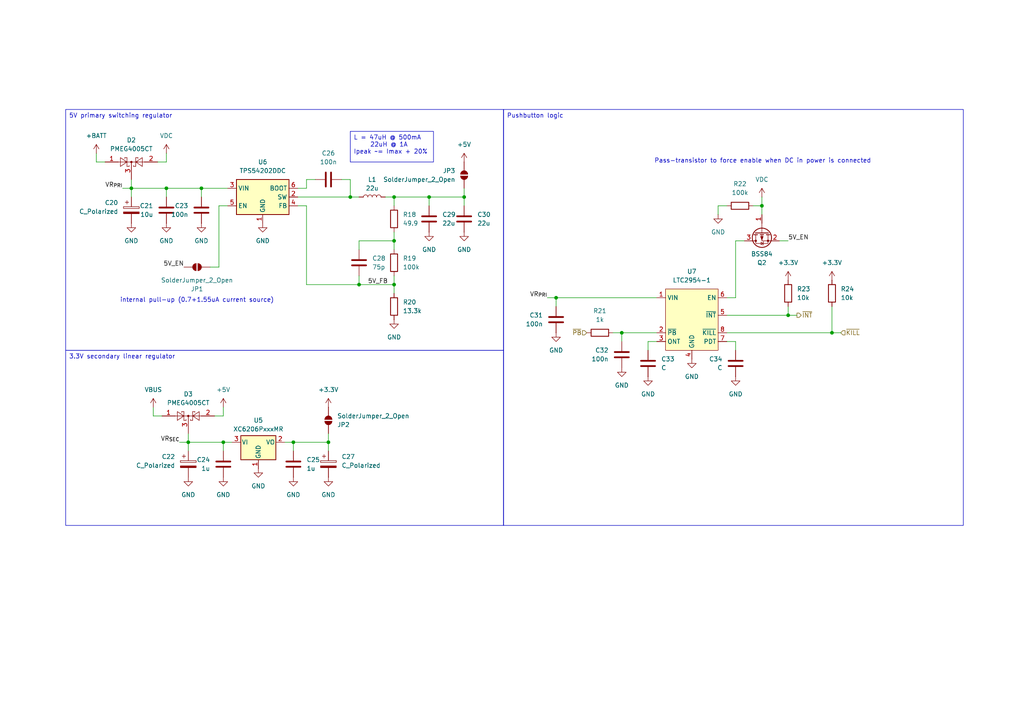
<source format=kicad_sch>
(kicad_sch (version 20231120) (generator "eeschema") (generator_version "8.0")
  (paper "A4")
  (title_block (title "Beerpak") (company "©2024 Luca Anastasio"))
  (lib_symbols
    (symbol "Device:C" (pin_numbers hide) (pin_names (offset 0.254))
      (property "Reference" "C" (at 0.635 2.54 0))
      (property "Value" "C" (at 0.635 -2.54 0))
      (symbol "C_0_1"
        (polyline (pts (xy -2.032 -0.762) (xy 2.032 -0.762)) (stroke (width 0.508)))
        (polyline (pts (xy -2.032 0.762) (xy 2.032 0.762)) (stroke (width 0.508)))
      )
      (symbol "C_1_1"
        (pin passive line (at 0 3.81 270) (length 2.794) (name "~") (number "1"))
        (pin passive line (at 0 -3.81 90) (length 2.794) (name "~") (number "2"))
      )
    )
    (symbol "Device:C_Polarized" (pin_numbers hide) (pin_names (offset 0.254))
      (property "Reference" "C" (at 0.635 2.54 0))
      (property "Value" "C_Polarized" (at 0.635 -2.54 0))
      (symbol "C_Polarized_0_1"
        (rectangle (start -2.286 0.508) (end 2.286 1.016))
        (polyline (pts (xy -1.778 2.286) (xy -0.762 2.286)))
        (polyline (pts (xy -1.27 2.794) (xy -1.27 1.778)))
        (rectangle (start 2.286 -0.508) (end -2.286 -1.016) (fill (type outline)))
      )
      (symbol "C_Polarized_1_1"
        (pin passive line (at 0 3.81 270) (length 2.794) (name "~") (number "1"))
        (pin passive line (at 0 -3.81 90) (length 2.794) (name "~") (number "2"))
      )
    )
    (symbol "Device:L" (pin_numbers hide) (pin_names (offset 1.016) hide)
      (property "Reference" "L" (at -1.27 0 90))
      (property "Value" "L" (at 1.905 0 90))
      (symbol "L_0_1"
        (arc (start 0 -2.54) (mid 0.6323 -1.905) (end 0 -1.27))
        (arc (start 0 -1.27) (mid 0.6323 -0.635) (end 0 0))
        (arc (start 0 0) (mid 0.6323 0.635) (end 0 1.27))
        (arc (start 0 1.27) (mid 0.6323 1.905) (end 0 2.54))
      )
      (symbol "L_1_1"
        (pin passive line (at 0 3.81 270) (length 1.27) (name "1") (number "1"))
        (pin passive line (at 0 -3.81 90) (length 1.27) (name "2") (number "2"))
      )
    )
    (symbol "Device:R" (pin_numbers hide) (pin_names (offset 0))
      (property "Reference" "R" (at 2.032 0 90))
      (property "Value" "R" (at 0 0 90))
      (symbol "R_0_1"
        (rectangle (start -1.016 -2.54) (end 1.016 2.54) (stroke (width 0.254)))
      )
      (symbol "R_1_1"
        (pin passive line (at 0 3.81 270) (length 1.27) (name "~") (number "1"))
        (pin passive line (at 0 -3.81 90) (length 1.27) (name "~") (number "2"))
      )
    )
    (symbol "Diode:BAT54C" (pin_names (offset 1.016))
      (property "Reference" "D" (at 0.635 -3.81 0))
      (property "Value" "BAT54C" (at -6.35 3.175 0))
      (symbol "BAT54C_0_1"
        (polyline (pts (xy -1.905 0) (xy 1.905 0)))
        (polyline (pts (xy -1.905 1.27) (xy -1.905 1.016)))
        (polyline (pts (xy -1.27 -1.27) (xy -0.635 -1.27)))
        (polyline (pts (xy -1.27 0) (xy -3.81 0)))
        (polyline (pts (xy -1.27 1.27) (xy -1.905 1.27)))
        (polyline (pts (xy -1.27 1.27) (xy -1.27 -1.27)))
        (polyline (pts (xy -0.635 -1.27) (xy -0.635 -1.016)))
        (polyline (pts (xy 0.635 -1.27) (xy 0.635 -1.016)))
        (polyline (pts (xy 1.27 -1.27) (xy 0.635 -1.27)))
        (polyline (pts (xy 1.27 1.27) (xy 1.27 -1.27)))
        (polyline (pts (xy 1.27 1.27) (xy 1.905 1.27)))
        (polyline (pts (xy 1.905 1.27) (xy 1.905 1.016)))
        (polyline (pts (xy 3.81 0) (xy 1.27 0)))
        (polyline (pts (xy -3.175 -1.27) (xy -3.175 1.27) (xy -1.27 0) (xy -3.175 -1.27)))
        (polyline (pts (xy 3.175 -1.27) (xy 3.175 1.27) (xy 1.27 0) (xy 3.175 -1.27)))
        (circle (center 0 0) (radius 0.254) (fill (type outline)))
      )
      (symbol "BAT54C_1_1"
        (pin passive line (at -7.62 0 0) (length 3.81) (name "~") (number "1"))
        (pin passive line (at 7.62 0 180) (length 3.81) (name "~") (number "2"))
        (pin passive line (at 0 -5.08 90) (length 5.08) (name "~") (number "3"))
      )
    )
    (symbol "Jumper:SolderJumper_2_Open" (pin_numbers hide) (pin_names (offset 0) hide) (exclude_from_sim yes) (in_bom no)
      (property "Reference" "JP" (at 0 2.032 0))
      (property "Value" "SolderJumper_2_Open" (at 0 -2.54 0))
      (symbol "SolderJumper_2_Open_0_1"
        (arc (start -0.254 1.016) (mid -1.2656 0) (end -0.254 -1.016))
        (arc (start -0.254 1.016) (mid -1.2656 0) (end -0.254 -1.016) (fill (type outline)))
        (polyline (pts (xy -0.254 1.016) (xy -0.254 -1.016)))
        (polyline (pts (xy 0.254 1.016) (xy 0.254 -1.016)))
        (arc (start 0.254 -1.016) (mid 1.2656 0) (end 0.254 1.016))
        (arc (start 0.254 -1.016) (mid 1.2656 0) (end 0.254 1.016) (fill (type outline)))
      )
      (symbol "SolderJumper_2_Open_1_1"
        (pin passive line (at -3.81 0 0) (length 2.54) (name "A") (number "1"))
        (pin passive line (at 3.81 0 180) (length 2.54) (name "B") (number "2"))
      )
    )
    (symbol "Regulator_Linear:XC6206PxxxMR" (pin_names (offset 0.254))
      (property "Reference" "U" (at -3.81 3.175 0))
      (property "Value" "XC6206PxxxMR" (at 0 3.175 0))
      (symbol "XC6206PxxxMR_0_1"
        (rectangle (start -5.08 1.905) (end 5.08 -5.08) (stroke (width 0.254)) (fill (type background)))
      )
      (symbol "XC6206PxxxMR_1_1"
        (pin power_in line (at 0 -7.62 90) (length 2.54) (name "GND") (number "1"))
        (pin power_out line (at 7.62 0 180) (length 2.54) (name "VO") (number "2"))
        (pin power_in line (at -7.62 0 0) (length 2.54) (name "VI") (number "3"))
      )
    )
    (symbol "Regulator_Switching:TPS54202DDC"
      (property "Reference" "U" (at -7.62 6.35 0))
      (property "Value" "TPS54202DDC" (at 0 6.35 0))
      (symbol "TPS54202DDC_0_1"
        (rectangle (start -7.62 5.08) (end 7.62 -5.08) (stroke (width 0.254)) (fill (type background)))
      )
      (symbol "TPS54202DDC_1_1"
        (pin power_in line (at 0 -7.62 90) (length 2.54) (name "GND") (number "1"))
        (pin power_out line (at 10.16 0 180) (length 2.54) (name "SW") (number "2"))
        (pin power_in line (at -10.16 2.54 0) (length 2.54) (name "VIN") (number "3"))
        (pin input line (at 10.16 -2.54 180) (length 2.54) (name "FB") (number "4"))
        (pin input line (at -10.16 -2.54 0) (length 2.54) (name "EN") (number "5"))
        (pin passive line (at 10.16 2.54 180) (length 2.54) (name "BOOT") (number "6"))
      )
    )
    (symbol "Transistor_FET:BSS84" (pin_names hide)
      (property "Reference" "Q" (at 5.08 1.905 0))
      (property "Value" "BSS84" (at 5.08 0 0))
      (symbol "BSS84_0_1"
        (polyline (pts (xy 0.254 0) (xy -2.54 0)))
        (polyline (pts (xy 0.254 1.905) (xy 0.254 -1.905)) (stroke (width 0.254)))
        (polyline (pts (xy 0.762 -1.27) (xy 0.762 -2.286)) (stroke (width 0.254)))
        (polyline (pts (xy 0.762 0.508) (xy 0.762 -0.508)) (stroke (width 0.254)))
        (polyline (pts (xy 0.762 2.286) (xy 0.762 1.27)) (stroke (width 0.254)))
        (polyline (pts (xy 2.54 2.54) (xy 2.54 1.778)))
        (polyline (pts (xy 2.54 -2.54) (xy 2.54 0) (xy 0.762 0)))
        (polyline (pts (xy 0.762 1.778) (xy 3.302 1.778) (xy 3.302 -1.778) (xy 0.762 -1.778)))
        (polyline (pts (xy 2.286 0) (xy 1.27 0.381) (xy 1.27 -0.381) (xy 2.286 0)) (fill (type outline)))
        (polyline (pts (xy 2.794 -0.508) (xy 2.921 -0.381) (xy 3.683 -0.381) (xy 3.81 -0.254)))
        (polyline (pts (xy 3.302 -0.381) (xy 2.921 0.254) (xy 3.683 0.254) (xy 3.302 -0.381)))
        (circle (center 1.651 0) (radius 2.794) (stroke (width 0.254)))
        (circle (center 2.54 -1.778) (radius 0.254) (fill (type outline)))
        (circle (center 2.54 1.778) (radius 0.254) (fill (type outline)))
      )
      (symbol "BSS84_1_1"
        (pin input line (at -5.08 0 0) (length 2.54) (name "G") (number "1"))
        (pin passive line (at 2.54 -5.08 90) (length 2.54) (name "S") (number "2"))
        (pin passive line (at 2.54 5.08 270) (length 2.54) (name "D") (number "3"))
      )
    )
    (symbol "portabeer:LTC2954_TS8-1"
      (property "Reference" "U" (at 0 13.97 0))
      (property "Value" "LTC2954-1" (at 0 11.43 0))
      (symbol "LTC2954_TS8-1_1_1"
        (rectangle (start -7.62 8.89) (end 7.62 -8.89) (fill (type background)))
        (pin power_in line (at -10.16 6.35 0) (length 2.54) (name "VIN") (number "1"))
        (pin input line (at -10.16 -3.81 0) (length 2.54) (name "~{PB}") (number "2"))
        (pin input line (at -10.16 -6.35 0) (length 2.54) (name "ONT") (number "3"))
        (pin power_in line (at 0 -11.43 90) (length 2.54) (name "GND") (number "4"))
        (pin open_collector line (at 10.16 1.27 180) (length 2.54) (name "~{INT}") (number "5"))
        (pin open_collector line (at 10.16 6.35 180) (length 2.54) (name "EN") (number "6"))
        (pin input line (at 10.16 -6.35 180) (length 2.54) (name "PDT") (number "7"))
        (pin input line (at 10.16 -3.81 180) (length 2.54) (name "~{KILL}") (number "8"))
      )
    )
    (symbol "power:+3.3V" (power) (pin_numbers hide) (pin_names (offset 0) hide)
      (property "Value" "+3.3V" (at 0 3.556 0))
      (symbol "+3.3V_0_1"
        (polyline (pts (xy -0.762 1.27) (xy 0 2.54)))
        (polyline (pts (xy 0 0) (xy 0 2.54)))
        (polyline (pts (xy 0 2.54) (xy 0.762 1.27)))
      )
      (symbol "+3.3V_1_1"
        (pin power_in line (at 0 0 90) (length 0) (name "~") (number "1"))
      )
    )
    (symbol "power:+5V" (power) (pin_numbers hide) (pin_names (offset 0) hide)
      (property "Value" "+5V" (at 0 3.556 0))
      (symbol "+5V_0_1"
        (polyline (pts (xy -0.762 1.27) (xy 0 2.54)))
        (polyline (pts (xy 0 0) (xy 0 2.54)))
        (polyline (pts (xy 0 2.54) (xy 0.762 1.27)))
      )
      (symbol "+5V_1_1"
        (pin power_in line (at 0 0 90) (length 0) (name "~") (number "1"))
      )
    )
    (symbol "power:+BATT" (power) (pin_numbers hide) (pin_names (offset 0) hide)
      (property "Value" "+BATT" (at 0 3.556 0))
      (symbol "+BATT_0_1"
        (polyline (pts (xy -0.762 1.27) (xy 0 2.54)))
        (polyline (pts (xy 0 0) (xy 0 2.54)))
        (polyline (pts (xy 0 2.54) (xy 0.762 1.27)))
      )
      (symbol "+BATT_1_1"
        (pin power_in line (at 0 0 90) (length 0) (name "~") (number "1"))
      )
    )
    (symbol "power:GND" (power) (pin_numbers hide) (pin_names (offset 0) hide)
      (property "Value" "GND" (at 0 -3.81 0))
      (symbol "GND_0_1"
        (polyline (pts (xy 0 0) (xy 0 -1.27) (xy 1.27 -1.27) (xy 0 -2.54) (xy -1.27 -1.27) (xy 0 -1.27)))
      )
      (symbol "GND_1_1"
        (pin power_in line (at 0 0 270) (length 0) (name "~") (number "1"))
      )
    )
    (symbol "power:VBUS" (power) (pin_numbers hide) (pin_names (offset 0) hide)
      (property "Value" "VBUS" (at 0 3.556 0))
      (symbol "VBUS_0_1"
        (polyline (pts (xy -0.762 1.27) (xy 0 2.54)))
        (polyline (pts (xy 0 0) (xy 0 2.54)))
        (polyline (pts (xy 0 2.54) (xy 0.762 1.27)))
      )
      (symbol "VBUS_1_1"
        (pin power_in line (at 0 0 90) (length 0) (name "~") (number "1"))
      )
    )
    (symbol "power:VDC" (power) (pin_numbers hide) (pin_names (offset 0) hide)
      (property "Value" "VDC" (at 0 3.556 0))
      (symbol "VDC_0_1"
        (polyline (pts (xy -0.762 1.27) (xy 0 2.54)))
        (polyline (pts (xy 0 0) (xy 0 2.54)))
        (polyline (pts (xy 0 2.54) (xy 0.762 1.27)))
      )
      (symbol "VDC_1_1"
        (pin power_in line (at 0 0 90) (length 0) (name "~") (number "1"))
      )
    )
  )
  (junction (at 114.3 69.85))
  (junction (at 134.62 57.15))
  (junction (at 228.6 91.44))
  (junction (at 85.09 128.27))
  (junction (at 48.26 54.61))
  (junction (at 95.25 128.27))
  (junction (at 38.1 54.61))
  (junction (at 114.3 57.15))
  (junction (at 64.77 128.27))
  (junction (at 241.3 96.52))
  (junction (at 114.3 82.55))
  (junction (at 104.14 82.55))
  (junction (at 58.42 54.61))
  (junction (at 220.98 59.69))
  (junction (at 161.29 86.36))
  (junction (at 124.46 57.15))
  (junction (at 180.34 96.52))
  (junction (at 54.61 128.27))
  (junction (at 101.6 57.15))
  (wire (pts (xy 104.14 80.01) (xy 104.14 82.55)))
  (wire (pts (xy 95.25 130.81) (xy 95.25 128.27)))
  (wire (pts (xy 218.44 59.69) (xy 220.98 59.69)))
  (wire (pts (xy 52.07 128.27) (xy 54.61 128.27)))
  (wire (pts (xy 241.3 96.52) (xy 243.84 96.52)))
  (wire (pts (xy 114.3 59.69) (xy 114.3 57.15)))
  (wire (pts (xy 134.62 57.15) (xy 134.62 59.69)))
  (wire (pts (xy 44.45 118.11) (xy 44.45 120.65)))
  (wire (pts (xy 101.6 57.15) (xy 104.14 57.15)))
  (wire (pts (xy 54.61 125.73) (xy 54.61 128.27)))
  (wire (pts (xy 190.5 86.36) (xy 161.29 86.36)))
  (wire (pts (xy 220.98 59.69) (xy 220.98 62.23)))
  (wire (pts (xy 58.42 54.61) (xy 66.04 54.61)))
  (wire (pts (xy 213.36 69.85) (xy 215.9 69.85)))
  (wire (pts (xy 114.3 82.55) (xy 114.3 85.09)))
  (wire (pts (xy 210.82 91.44) (xy 228.6 91.44)))
  (wire (pts (xy 64.77 128.27) (xy 67.31 128.27)))
  (wire (pts (xy 228.6 91.44) (xy 231.14 91.44)))
  (wire (pts (xy 180.34 96.52) (xy 190.5 96.52)))
  (wire (pts (xy 48.26 54.61) (xy 58.42 54.61)))
  (wire (pts (xy 48.26 57.15) (xy 48.26 54.61)))
  (wire (pts (xy 111.76 57.15) (xy 114.3 57.15)))
  (wire (pts (xy 85.09 128.27) (xy 95.25 128.27)))
  (wire (pts (xy 54.61 128.27) (xy 64.77 128.27)))
  (wire (pts (xy 99.06 52.07) (xy 101.6 52.07)))
  (wire (pts (xy 228.6 88.9) (xy 228.6 91.44)))
  (wire (pts (xy 187.96 99.06) (xy 187.96 101.6)))
  (wire (pts (xy 124.46 59.69) (xy 124.46 57.15)))
  (wire (pts (xy 64.77 118.11) (xy 64.77 120.65)))
  (wire (pts (xy 210.82 86.36) (xy 213.36 86.36)))
  (wire (pts (xy 44.45 120.65) (xy 46.99 120.65)))
  (wire (pts (xy 208.28 59.69) (xy 210.82 59.69)))
  (wire (pts (xy 27.94 46.99) (xy 30.48 46.99)))
  (wire (pts (xy 134.62 54.61) (xy 134.62 57.15)))
  (wire (pts (xy 114.3 67.31) (xy 114.3 69.85)))
  (wire (pts (xy 35.56 54.61) (xy 38.1 54.61)))
  (wire (pts (xy 101.6 52.07) (xy 101.6 57.15)))
  (wire (pts (xy 86.36 54.61) (xy 88.9 54.61)))
  (wire (pts (xy 38.1 54.61) (xy 48.26 54.61)))
  (wire (pts (xy 180.34 96.52) (xy 180.34 99.06)))
  (wire (pts (xy 177.8 96.52) (xy 180.34 96.52)))
  (wire (pts (xy 54.61 128.27) (xy 54.61 130.81)))
  (wire (pts (xy 63.5 59.69) (xy 66.04 59.69)))
  (wire (pts (xy 85.09 128.27) (xy 85.09 130.81)))
  (wire (pts (xy 48.26 46.99) (xy 45.72 46.99)))
  (wire (pts (xy 48.26 44.45) (xy 48.26 46.99)))
  (wire (pts (xy 82.55 128.27) (xy 85.09 128.27)))
  (wire (pts (xy 88.9 52.07) (xy 91.44 52.07)))
  (wire (pts (xy 38.1 54.61) (xy 38.1 57.15)))
  (wire (pts (xy 114.3 57.15) (xy 124.46 57.15)))
  (wire (pts (xy 88.9 54.61) (xy 88.9 52.07)))
  (wire (pts (xy 158.75 86.36) (xy 161.29 86.36)))
  (wire (pts (xy 161.29 86.36) (xy 161.29 88.9)))
  (wire (pts (xy 190.5 99.06) (xy 187.96 99.06)))
  (wire (pts (xy 88.9 82.55) (xy 104.14 82.55)))
  (wire (pts (xy 213.36 86.36) (xy 213.36 69.85)))
  (wire (pts (xy 241.3 88.9) (xy 241.3 96.52)))
  (wire (pts (xy 220.98 57.15) (xy 220.98 59.69)))
  (wire (pts (xy 86.36 57.15) (xy 101.6 57.15)))
  (wire (pts (xy 114.3 69.85) (xy 114.3 72.39)))
  (wire (pts (xy 208.28 62.23) (xy 208.28 59.69)))
  (wire (pts (xy 63.5 77.47) (xy 63.5 59.69)))
  (wire (pts (xy 210.82 99.06) (xy 213.36 99.06)))
  (wire (pts (xy 95.25 125.73) (xy 95.25 128.27)))
  (wire (pts (xy 64.77 128.27) (xy 64.77 130.81)))
  (wire (pts (xy 213.36 99.06) (xy 213.36 101.6)))
  (wire (pts (xy 104.14 82.55) (xy 114.3 82.55)))
  (wire (pts (xy 210.82 96.52) (xy 241.3 96.52)))
  (wire (pts (xy 88.9 59.69) (xy 88.9 82.55)))
  (wire (pts (xy 226.06 69.85) (xy 228.6 69.85)))
  (wire (pts (xy 114.3 80.01) (xy 114.3 82.55)))
  (wire (pts (xy 104.14 72.39) (xy 104.14 69.85)))
  (wire (pts (xy 60.96 77.47) (xy 63.5 77.47)))
  (wire (pts (xy 58.42 54.61) (xy 58.42 57.15)))
  (wire (pts (xy 27.94 44.45) (xy 27.94 46.99)))
  (wire (pts (xy 38.1 52.07) (xy 38.1 54.61)))
  (wire (pts (xy 104.14 69.85) (xy 114.3 69.85)))
  (wire (pts (xy 86.36 59.69) (xy 88.9 59.69)))
  (wire (pts (xy 64.77 120.65) (xy 62.23 120.65)))
  (wire (pts (xy 124.46 57.15) (xy 134.62 57.15)))
  (text_box "L = 47uH @ 500mA\n	22uH @ 1A\nIpeak ~= Imax + 20%" (at 101.6 38.1 0) (size 24.13 8.89) (effects (font (size 1.27 1.27)) (justify left top)))
  (text_box "5V primary switching regulator" (at 19.05 31.75 0) (size 127 69.85) (effects (font (size 1.27 1.27)) (justify left top)))
  (text_box "3.3V secondary linear regulator" (at 19.05 101.6 0) (size 127 50.8) (effects (font (size 1.27 1.27)) (justify left top)))
  (text_box "Pushbutton logic" (at 146.05 31.75 0) (size 133.35 120.65) (effects (font (size 1.27 1.27)) (justify left top)))
  (text "internal pull-up (0.7+1.55uA current source)" (at 57.15 87.122 0) (effects (font (size 1.27 1.27))))
  (text "Pass-transistor to force enable when DC in power is connected" (at 221.234 46.736 0) (effects (font (size 1.27 1.27))))
  (label "VR_{SEC}" (at 52.07 128.27 180))
  (label "VR_{PRI}" (at 35.56 54.61 180))
  (label "5V_EN" (at 53.34 77.47 180))
  (label "5V_EN" (at 228.6 69.85 0))
  (label "VR_{PRI}" (at 158.75 86.36 180))
  (label "5V_FB" (at 106.68 82.55 0))
  (hierarchical_label "~{KILL}" (shape input) (at 243.84 96.52 0))
  (hierarchical_label "~{PB}" (shape input) (at 170.18 96.52 180))
  (hierarchical_label "~{INT}" (shape output) (at 231.14 91.44 0))
  (symbol (lib_id "Device:C") (at 95.25 52.07 270) (unit 1)
    (property "Reference" "C26" (at 95.25 44.45 90))
    (property "Value" "100n" (at 95.25 46.99 90))
    (property "Footprint" "Capacitor_SMD:C_0603_1608Metric" (effects (hide yes)))
    (property "Description" "Unpolarized capacitor" (effects (hide yes)))
  )
  (symbol (lib_id "portabeer:LTC2954_TS8-1") (at 200.66 92.71 0) (unit 1)
    (property "Reference" "U7" (at 200.66 78.74 0))
    (property "Value" "LTC2954-1" (at 200.66 81.28 0))
    (property "Footprint" "Package_TO_SOT_SMD:TSOT-23-8" (effects (hide yes)))
    (property "Datasheet" "https://www.analog.com/media/en/technical-documentation/data-sheets/2954fb.pdf" (effects (hide yes)))
    (property "Description" "Push Button On/Off Controller with µP Interrupt (TSOT package, direct EN)" (effects (hide yes)))
  )
  (symbol (lib_id "power:+5V") (at 134.62 46.99 0) (unit 1)
    (property "Reference" "#PWR090" (effects (hide yes)))
    (property "Value" "+5V" (at 134.62 41.91 0))
    (property "Description" "Power symbol creates a global label with name \"+5V\"" (effects (hide yes)))
  )
  (symbol (lib_id "power:+3.3V") (at 228.6 81.28 0) (unit 1)
    (property "Reference" "#PWR099" (effects (hide yes)))
    (property "Value" "+3.3V" (at 228.6 76.2 0))
    (property "Description" "Power symbol creates a global label with name \"+3.3V\"" (effects (hide yes)))
  )
  (symbol (lib_id "Device:R") (at 228.6 85.09 0) (unit 1)
    (property "Reference" "R23" (at 231.14 83.8199 0) (effects (justify left)))
    (property "Value" "10k" (at 231.14 86.3599 0) (effects (justify left)))
    (property "Footprint" "Resistor_SMD:R_0603_1608Metric" (effects (hide yes)))
    (property "Description" "Resistor" (effects (hide yes)))
  )
  (symbol (lib_id "Jumper:SolderJumper_2_Open") (at 134.62 50.8 90) (mirror x) (unit 1) (exclude_from_sim yes) (in_bom no)
    (property "Reference" "JP3" (at 132.08 49.5299 90) (effects (justify left)))
    (property "Value" "SolderJumper_2_Open" (at 132.08 52.0699 90) (effects (justify left)))
    (property "Footprint" "Jumper:SolderJumper-2_P1.3mm_Open_RoundedPad1.0x1.5mm" (effects (hide yes)))
    (property "Description" "Solder Jumper, 2-pole, open" (effects (hide yes)))
  )
  (symbol (lib_id "Diode:BAT54C") (at 38.1 46.99 0) (unit 1)
    (property "Reference" "D2" (at 38.1 40.64 0))
    (property "Value" "PMEG4005CT" (at 38.1 43.18 0))
    (property "Footprint" "Package_TO_SOT_SMD:SOT-23" (effects (hide yes)))
    (property "Datasheet" "http://www.diodes.com/_files/datasheets/ds11005.pdf" (effects (hide yes)))
    (property "Description" "dual schottky barrier diode, common cathode" (effects (hide yes)))
  )
  (symbol (lib_id "Device:C_Polarized") (at 38.1 60.96 0) (unit 1)
    (property "Reference" "C20" (at 34.29 58.8009 0) (effects (justify right)))
    (property "Value" "C_Polarized" (at 34.29 61.3409 0) (effects (justify right)))
    (property "Footprint" "Capacitor_THT:CP_Radial_D6.3mm_P2.50mm" (effects (hide yes)))
    (property "Description" "Polarized capacitor" (effects (hide yes)))
  )
  (symbol (lib_id "Transistor_FET:BSS84") (at 220.98 67.31 90) (mirror x) (unit 1)
    (property "Reference" "Q2" (at 220.98 76.2 90))
    (property "Value" "BSS84" (at 220.98 73.66 90))
    (property "Footprint" "Package_TO_SOT_SMD:SOT-23" (effects (hide yes)))
    (property "Datasheet" "http://assets.nexperia.com/documents/data-sheet/BSS84.pdf" (effects (hide yes)))
    (property "Description" "-0.13A Id, -50V Vds, P-Channel MOSFET, SOT-23" (effects (hide yes)))
  )
  (symbol (lib_id "power:GND") (at 95.25 138.43 0) (unit 1)
    (property "Reference" "#PWR087" (effects (hide yes)))
    (property "Value" "GND" (at 95.25 143.51 0))
    (property "Description" "Power symbol creates a global label with name \"GND\" , ground" (effects (hide yes)))
  )
  (symbol (lib_id "Regulator_Linear:XC6206PxxxMR") (at 74.93 128.27 0) (unit 1)
    (property "Reference" "U5" (at 74.93 121.92 0))
    (property "Value" "XC6206PxxxMR" (at 74.93 124.46 0))
    (property "Footprint" "Package_TO_SOT_SMD:SOT-23-3" (effects (hide yes)))
    (property "Datasheet" "https://www.torexsemi.com/file/xc6206/XC6206.pdf" (effects (hide yes)))
    (property "Description" "Positive 60-250mA Low Dropout Regulator, Fixed Output, SOT-23" (effects (hide yes)))
  )
  (symbol (lib_id "power:VBUS") (at 44.45 118.11 0) (unit 1)
    (property "Reference" "#PWR076" (effects (hide yes)))
    (property "Value" "VBUS" (at 44.45 113.03 0))
    (property "Description" "Power symbol creates a global label with name \"VBUS\"" (effects (hide yes)))
  )
  (symbol (lib_id "power:+3.3V") (at 95.25 118.11 0) (unit 1)
    (property "Reference" "#PWR086" (effects (hide yes)))
    (property "Value" "+3.3V" (at 95.25 113.03 0))
    (property "Description" "Power symbol creates a global label with name \"+3.3V\"" (effects (hide yes)))
  )
  (symbol (lib_id "Device:R") (at 114.3 63.5 0) (unit 1)
    (property "Reference" "R18" (at 116.84 62.2299 0) (effects (justify left)))
    (property "Value" "49.9" (at 116.84 64.7699 0) (effects (justify left)))
    (property "Footprint" "Resistor_SMD:R_0603_1608Metric" (effects (hide yes)))
    (property "Description" "Resistor" (effects (hide yes)))
  )
  (symbol (lib_id "Device:C") (at 85.09 134.62 0) (unit 1)
    (property "Reference" "C25" (at 88.9 133.3499 0) (effects (justify left)))
    (property "Value" "1u" (at 88.9 135.8899 0) (effects (justify left)))
    (property "Footprint" "Capacitor_SMD:C_0603_1608Metric" (effects (hide yes)))
    (property "Description" "Unpolarized capacitor" (effects (hide yes)))
  )
  (symbol (lib_id "power:GND") (at 114.3 92.71 0) (unit 1)
    (property "Reference" "#PWR088" (effects (hide yes)))
    (property "Value" "GND" (at 114.3 97.79 0))
    (property "Description" "Power symbol creates a global label with name \"GND\" , ground" (effects (hide yes)))
  )
  (symbol (lib_id "power:GND") (at 180.34 106.68 0) (unit 1)
    (property "Reference" "#PWR093" (effects (hide yes)))
    (property "Value" "GND" (at 180.34 111.76 0))
    (property "Description" "Power symbol creates a global label with name \"GND\" , ground" (effects (hide yes)))
  )
  (symbol (lib_id "power:+BATT") (at 27.94 44.45 0) (unit 1)
    (property "Reference" "#PWR074" (effects (hide yes)))
    (property "Value" "+BATT" (at 27.94 39.37 0))
    (property "Description" "Power symbol creates a global label with name \"+BATT\"" (effects (hide yes)))
  )
  (symbol (lib_id "power:GND") (at 187.96 109.22 0) (unit 1)
    (property "Reference" "#PWR094" (effects (hide yes)))
    (property "Value" "GND" (at 187.96 114.3 0))
    (property "Description" "Power symbol creates a global label with name \"GND\" , ground" (effects (hide yes)))
  )
  (symbol (lib_id "Device:C_Polarized") (at 54.61 134.62 0) (unit 1)
    (property "Reference" "C22" (at 50.8 132.4609 0) (effects (justify right)))
    (property "Value" "C_Polarized" (at 50.8 135.0009 0) (effects (justify right)))
    (property "Footprint" "Capacitor_THT:CP_Radial_D6.3mm_P2.50mm" (effects (hide yes)))
    (property "Description" "Polarized capacitor" (effects (hide yes)))
  )
  (symbol (lib_id "power:GND") (at 161.29 96.52 0) (unit 1)
    (property "Reference" "#PWR092" (effects (hide yes)))
    (property "Value" "GND" (at 161.29 101.6 0))
    (property "Description" "Power symbol creates a global label with name \"GND\" , ground" (effects (hide yes)))
  )
  (symbol (lib_id "power:GND") (at 200.66 104.14 0) (unit 1)
    (property "Reference" "#PWR095" (effects (hide yes)))
    (property "Value" "GND" (at 200.66 109.22 0))
    (property "Description" "Power symbol creates a global label with name \"GND\" , ground" (effects (hide yes)))
  )
  (symbol (lib_id "power:GND") (at 54.61 138.43 0) (unit 1)
    (property "Reference" "#PWR079" (effects (hide yes)))
    (property "Value" "GND" (at 54.61 143.51 0))
    (property "Description" "Power symbol creates a global label with name \"GND\" , ground" (effects (hide yes)))
  )
  (symbol (lib_id "Device:C") (at 161.29 92.71 0) (mirror y) (unit 1)
    (property "Reference" "C31" (at 157.48 91.4399 0) (effects (justify left)))
    (property "Value" "100n" (at 157.48 93.9799 0) (effects (justify left)))
    (property "Footprint" "Capacitor_SMD:C_0603_1608Metric" (effects (hide yes)))
    (property "Description" "Unpolarized capacitor" (effects (hide yes)))
  )
  (symbol (lib_id "power:GND") (at 58.42 64.77 0) (unit 1)
    (property "Reference" "#PWR080" (effects (hide yes)))
    (property "Value" "GND" (at 58.42 69.85 0))
    (property "Description" "Power symbol creates a global label with name \"GND\" , ground" (effects (hide yes)))
  )
  (symbol (lib_id "Device:R") (at 114.3 76.2 0) (unit 1)
    (property "Reference" "R19" (at 116.84 74.9299 0) (effects (justify left)))
    (property "Value" "100k" (at 116.84 77.4699 0) (effects (justify left)))
    (property "Footprint" "Resistor_SMD:R_0603_1608Metric" (effects (hide yes)))
    (property "Description" "Resistor" (effects (hide yes)))
  )
  (symbol (lib_id "power:GND") (at 76.2 64.77 0) (unit 1)
    (property "Reference" "#PWR084" (effects (hide yes)))
    (property "Value" "GND" (at 76.2 69.85 0))
    (property "Description" "Power symbol creates a global label with name \"GND\" , ground" (effects (hide yes)))
  )
  (symbol (lib_id "power:GND") (at 64.77 138.43 0) (unit 1)
    (property "Reference" "#PWR082" (effects (hide yes)))
    (property "Value" "GND" (at 64.77 143.51 0))
    (property "Description" "Power symbol creates a global label with name \"GND\" , ground" (effects (hide yes)))
  )
  (symbol (lib_id "Device:C") (at 48.26 60.96 0) (mirror y) (unit 1)
    (property "Reference" "C21" (at 44.45 59.6899 0) (effects (justify left)))
    (property "Value" "10u" (at 44.45 62.2299 0) (effects (justify left)))
    (property "Footprint" "Capacitor_SMD:C_1206_3216Metric" (effects (hide yes)))
    (property "Description" "Unpolarized capacitor" (effects (hide yes)))
  )
  (symbol (lib_id "Device:C_Polarized") (at 95.25 134.62 0) (unit 1)
    (property "Reference" "C27" (at 99.06 132.4609 0) (effects (justify left)))
    (property "Value" "C_Polarized" (at 99.06 135.0009 0) (effects (justify left)))
    (property "Footprint" "Capacitor_THT:CP_Radial_D6.3mm_P2.50mm" (effects (hide yes)))
    (property "Description" "Polarized capacitor" (effects (hide yes)))
  )
  (symbol (lib_id "Device:C") (at 187.96 105.41 0) (unit 1)
    (property "Reference" "C33" (at 191.77 104.1399 0) (effects (justify left)))
    (property "Value" "C" (at 191.77 106.6799 0) (effects (justify left)))
    (property "Footprint" "Capacitor_SMD:C_0603_1608Metric" (effects (hide yes)))
    (property "Description" "Unpolarized capacitor" (effects (hide yes)))
  )
  (symbol (lib_id "Device:C") (at 104.14 76.2 0) (unit 1)
    (property "Reference" "C28" (at 107.95 74.9299 0) (effects (justify left)))
    (property "Value" "75p" (at 107.95 77.4699 0) (effects (justify left)))
    (property "Footprint" "Capacitor_SMD:C_0603_1608Metric" (effects (hide yes)))
    (property "Description" "Unpolarized capacitor" (effects (hide yes)))
  )
  (symbol (lib_id "Device:L") (at 107.95 57.15 90) (unit 1)
    (property "Reference" "L1" (at 107.95 52.07 90))
    (property "Value" "22u" (at 107.95 54.61 90))
    (property "Footprint" "Inductor_SMD:L_Taiyo-Yuden_NR-40xx" (effects (hide yes)))
    (property "Description" "Inductor" (effects (hide yes)))
  )
  (symbol (lib_id "Device:C") (at 213.36 105.41 0) (mirror y) (unit 1)
    (property "Reference" "C34" (at 209.55 104.1399 0) (effects (justify left)))
    (property "Value" "C" (at 209.55 106.6799 0) (effects (justify left)))
    (property "Footprint" "Capacitor_SMD:C_0603_1608Metric" (effects (hide yes)))
    (property "Description" "Unpolarized capacitor" (effects (hide yes)))
  )
  (symbol (lib_id "Device:C") (at 124.46 63.5 0) (unit 1)
    (property "Reference" "C29" (at 128.27 62.2299 0) (effects (justify left)))
    (property "Value" "22u" (at 128.27 64.7699 0) (effects (justify left)))
    (property "Footprint" "Capacitor_SMD:C_0805_2012Metric" (effects (hide yes)))
    (property "Description" "Unpolarized capacitor" (effects (hide yes)))
  )
  (symbol (lib_id "power:GND") (at 85.09 138.43 0) (unit 1)
    (property "Reference" "#PWR085" (effects (hide yes)))
    (property "Value" "GND" (at 85.09 143.51 0))
    (property "Description" "Power symbol creates a global label with name \"GND\" , ground" (effects (hide yes)))
  )
  (symbol (lib_id "Device:C") (at 134.62 63.5 0) (unit 1)
    (property "Reference" "C30" (at 138.43 62.2299 0) (effects (justify left)))
    (property "Value" "22u" (at 138.43 64.7699 0) (effects (justify left)))
    (property "Footprint" "Capacitor_SMD:C_0805_2012Metric" (effects (hide yes)))
    (property "Description" "Unpolarized capacitor" (effects (hide yes)))
  )
  (symbol (lib_id "Jumper:SolderJumper_2_Open") (at 57.15 77.47 180) (unit 1) (exclude_from_sim yes) (in_bom no)
    (property "Reference" "JP1" (at 57.15 83.82 0))
    (property "Value" "SolderJumper_2_Open" (at 57.15 81.28 0))
    (property "Footprint" "Jumper:SolderJumper-2_P1.3mm_Open_RoundedPad1.0x1.5mm" (effects (hide yes)))
    (property "Description" "Solder Jumper, 2-pole, open" (effects (hide yes)))
  )
  (symbol (lib_id "Diode:BAT54C") (at 54.61 120.65 0) (unit 1)
    (property "Reference" "D3" (at 54.61 114.3 0))
    (property "Value" "PMEG4005CT" (at 54.61 116.84 0))
    (property "Footprint" "Package_TO_SOT_SMD:SOT-23" (effects (hide yes)))
    (property "Datasheet" "http://www.diodes.com/_files/datasheets/ds11005.pdf" (effects (hide yes)))
    (property "Description" "dual schottky barrier diode, common cathode" (effects (hide yes)))
  )
  (symbol (lib_id "power:GND") (at 48.26 64.77 0) (unit 1)
    (property "Reference" "#PWR078" (effects (hide yes)))
    (property "Value" "GND" (at 48.26 69.85 0))
    (property "Description" "Power symbol creates a global label with name \"GND\" , ground" (effects (hide yes)))
  )
  (symbol (lib_id "power:GND") (at 213.36 109.22 0) (unit 1)
    (property "Reference" "#PWR097" (effects (hide yes)))
    (property "Value" "GND" (at 213.36 114.3 0))
    (property "Description" "Power symbol creates a global label with name \"GND\" , ground" (effects (hide yes)))
  )
  (symbol (lib_id "power:GND") (at 208.28 62.23 0) (unit 1)
    (property "Reference" "#PWR096" (effects (hide yes)))
    (property "Value" "GND" (at 208.28 67.31 0))
    (property "Description" "Power symbol creates a global label with name \"GND\" , ground" (effects (hide yes)))
  )
  (symbol (lib_id "Device:C") (at 58.42 60.96 0) (mirror y) (unit 1)
    (property "Reference" "C23" (at 54.61 59.6899 0) (effects (justify left)))
    (property "Value" "100n" (at 54.61 62.2299 0) (effects (justify left)))
    (property "Footprint" "Capacitor_SMD:C_0603_1608Metric" (effects (hide yes)))
    (property "Description" "Unpolarized capacitor" (effects (hide yes)))
  )
  (symbol (lib_id "power:VDC") (at 220.98 57.15 0) (unit 1)
    (property "Reference" "#PWR098" (effects (hide yes)))
    (property "Value" "VDC" (at 220.98 52.07 0))
    (property "Description" "Power symbol creates a global label with name \"VDC\"" (effects (hide yes)))
  )
  (symbol (lib_id "Device:R") (at 241.3 85.09 0) (unit 1)
    (property "Reference" "R24" (at 243.84 83.8199 0) (effects (justify left)))
    (property "Value" "10k" (at 243.84 86.3599 0) (effects (justify left)))
    (property "Footprint" "Resistor_SMD:R_0603_1608Metric" (effects (hide yes)))
    (property "Description" "Resistor" (effects (hide yes)))
  )
  (symbol (lib_id "Device:C") (at 64.77 134.62 0) (mirror x) (unit 1)
    (property "Reference" "C24" (at 60.96 133.3499 0) (effects (justify right)))
    (property "Value" "1u" (at 60.96 135.8899 0) (effects (justify right)))
    (property "Footprint" "Capacitor_SMD:C_0603_1608Metric" (effects (hide yes)))
    (property "Description" "Unpolarized capacitor" (effects (hide yes)))
  )
  (symbol (lib_id "Regulator_Switching:TPS54202DDC") (at 76.2 57.15 0) (unit 1)
    (property "Reference" "U6" (at 76.2 46.99 0))
    (property "Value" "TPS54202DDC" (at 76.2 49.53 0))
    (property "Footprint" "Package_TO_SOT_SMD:SOT-23-6" (effects (hide yes)))
    (property "Datasheet" "http://www.ti.com/lit/ds/symlink/tps54202.pdf" (effects (hide yes)))
    (property "Description" "2A, 4.5 to 28V Input, EMI Friendly integrated switch synchronous step-down regulator, pulse-skipping, SOT-23-6" (effects (hide yes)))
  )
  (symbol (lib_id "Jumper:SolderJumper_2_Open") (at 95.25 121.92 270) (mirror x) (unit 1) (exclude_from_sim yes) (in_bom no)
    (property "Reference" "JP2" (at 97.79 123.1901 90) (effects (justify left)))
    (property "Value" "SolderJumper_2_Open" (at 97.79 120.6501 90) (effects (justify left)))
    (property "Footprint" "Jumper:SolderJumper-2_P1.3mm_Open_RoundedPad1.0x1.5mm" (effects (hide yes)))
    (property "Description" "Solder Jumper, 2-pole, open" (effects (hide yes)))
  )
  (symbol (lib_id "Device:R") (at 214.63 59.69 90) (unit 1)
    (property "Reference" "R22" (at 214.63 53.34 90))
    (property "Value" "100k" (at 214.63 55.88 90))
    (property "Footprint" "Resistor_SMD:R_0603_1608Metric" (effects (hide yes)))
    (property "Description" "Resistor" (effects (hide yes)))
  )
  (symbol (lib_id "power:GND") (at 124.46 67.31 0) (unit 1)
    (property "Reference" "#PWR089" (effects (hide yes)))
    (property "Value" "GND" (at 124.46 72.39 0))
    (property "Description" "Power symbol creates a global label with name \"GND\" , ground" (effects (hide yes)))
  )
  (symbol (lib_id "power:VDC") (at 48.26 44.45 0) (unit 1)
    (property "Reference" "#PWR077" (effects (hide yes)))
    (property "Value" "VDC" (at 48.26 39.37 0))
    (property "Description" "Power symbol creates a global label with name \"VDC\"" (effects (hide yes)))
  )
  (symbol (lib_id "power:+5V") (at 64.77 118.11 0) (unit 1)
    (property "Reference" "#PWR081" (effects (hide yes)))
    (property "Value" "+5V" (at 64.77 113.03 0))
    (property "Description" "Power symbol creates a global label with name \"+5V\"" (effects (hide yes)))
  )
  (symbol (lib_id "power:GND") (at 134.62 67.31 0) (unit 1)
    (property "Reference" "#PWR091" (effects (hide yes)))
    (property "Value" "GND" (at 134.62 72.39 0))
    (property "Description" "Power symbol creates a global label with name \"GND\" , ground" (effects (hide yes)))
  )
  (symbol (lib_id "power:GND") (at 74.93 135.89 0) (unit 1)
    (property "Reference" "#PWR083" (effects (hide yes)))
    (property "Value" "GND" (at 74.93 140.97 0))
    (property "Description" "Power symbol creates a global label with name \"GND\" , ground" (effects (hide yes)))
  )
  (symbol (lib_id "power:+3.3V") (at 241.3 81.28 0) (unit 1)
    (property "Reference" "#PWR0100" (effects (hide yes)))
    (property "Value" "+3.3V" (at 241.3 76.2 0))
    (property "Description" "Power symbol creates a global label with name \"+3.3V\"" (effects (hide yes)))
  )
  (symbol (lib_id "Device:C") (at 180.34 102.87 0) (mirror y) (unit 1)
    (property "Reference" "C32" (at 176.53 101.5999 0) (effects (justify left)))
    (property "Value" "100n" (at 176.53 104.1399 0) (effects (justify left)))
    (property "Footprint" "Capacitor_SMD:C_0603_1608Metric" (effects (hide yes)))
    (property "Description" "Unpolarized capacitor" (effects (hide yes)))
  )
  (symbol (lib_id "Device:R") (at 173.99 96.52 90) (unit 1)
    (property "Reference" "R21" (at 173.99 90.17 90))
    (property "Value" "1k" (at 173.99 92.71 90))
    (property "Footprint" "Resistor_SMD:R_0603_1608Metric" (effects (hide yes)))
    (property "Description" "Resistor" (effects (hide yes)))
  )
  (symbol (lib_id "power:GND") (at 38.1 64.77 0) (unit 1)
    (property "Reference" "#PWR075" (effects (hide yes)))
    (property "Value" "GND" (at 38.1 69.85 0))
    (property "Description" "Power symbol creates a global label with name \"GND\" , ground" (effects (hide yes)))
  )
  (symbol (lib_id "Device:R") (at 114.3 88.9 0) (unit 1)
    (property "Reference" "R20" (at 116.84 87.6299 0) (effects (justify left)))
    (property "Value" "13.3k" (at 116.84 90.1699 0) (effects (justify left)))
    (property "Footprint" "Resistor_SMD:R_0603_1608Metric" (effects (hide yes)))
    (property "Description" "Resistor" (effects (hide yes)))
  )
)
</source>
